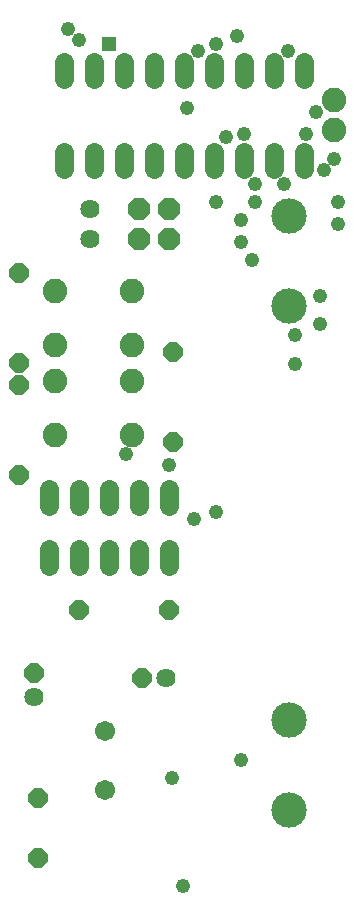
<source format=gbs>
G75*
G70*
%OFA0B0*%
%FSLAX24Y24*%
%IPPOS*%
%LPD*%
%AMOC8*
5,1,8,0,0,1.08239X$1,22.5*
%
%ADD10C,0.0640*%
%ADD11OC8,0.0640*%
%ADD12C,0.0640*%
%ADD13C,0.0820*%
%ADD14C,0.1175*%
%ADD15OC8,0.0710*%
%ADD16C,0.0674*%
%ADD17C,0.0480*%
%ADD18R,0.0476X0.0476*%
D10*
X002181Y012563D02*
X002181Y013123D01*
X002181Y014563D02*
X002181Y015123D01*
X003181Y015123D02*
X003181Y014563D01*
X003181Y013123D02*
X003181Y012563D01*
X004181Y012563D02*
X004181Y013123D01*
X004181Y014563D02*
X004181Y015123D01*
X005181Y015123D02*
X005181Y014563D01*
X005181Y013123D02*
X005181Y012563D01*
X006181Y012563D02*
X006181Y013123D01*
X006181Y014563D02*
X006181Y015123D01*
X005681Y025813D02*
X005681Y026373D01*
X006681Y026373D02*
X006681Y025813D01*
X007681Y025813D02*
X007681Y026373D01*
X008681Y026373D02*
X008681Y025813D01*
X009681Y025813D02*
X009681Y026373D01*
X010681Y026373D02*
X010681Y025813D01*
X010681Y028813D02*
X010681Y029373D01*
X009681Y029373D02*
X009681Y028813D01*
X008681Y028813D02*
X008681Y029373D01*
X007681Y029373D02*
X007681Y028813D01*
X006681Y028813D02*
X006681Y029373D01*
X005681Y029373D02*
X005681Y028813D01*
X004681Y028813D02*
X004681Y029373D01*
X003681Y029373D02*
X003681Y028813D01*
X002681Y028813D02*
X002681Y029373D01*
X002681Y026373D02*
X002681Y025813D01*
X003681Y025813D02*
X003681Y026373D01*
X004681Y026373D02*
X004681Y025813D01*
D11*
X001806Y002843D03*
X001806Y004843D03*
X001681Y008993D03*
X003181Y011093D03*
X001181Y015593D03*
X001181Y018593D03*
X001181Y019343D03*
X001181Y022343D03*
X006181Y011093D03*
X005281Y008843D03*
X006306Y016718D03*
X006306Y019718D03*
D12*
X003556Y023468D03*
X003556Y024468D03*
X006081Y008843D03*
X001681Y008193D03*
D13*
X002401Y016953D03*
X002401Y018733D03*
X002401Y019953D03*
X002401Y021733D03*
X004961Y021733D03*
X004961Y019953D03*
X004961Y018733D03*
X004961Y016953D03*
X011681Y027093D03*
X011681Y028093D03*
D14*
X010181Y024243D03*
X010181Y021243D03*
X010181Y007443D03*
X010181Y004443D03*
D15*
X006181Y023468D03*
X006181Y024468D03*
X005181Y024468D03*
X005181Y023468D03*
D16*
X004056Y007077D03*
X004056Y005108D03*
D17*
X006301Y005503D03*
X006661Y001903D03*
X008581Y006103D03*
X007021Y014143D03*
X007741Y014383D03*
X006181Y015943D03*
X004741Y016303D03*
X007741Y024703D03*
X008581Y024103D03*
X008581Y023383D03*
X008941Y022783D03*
X009061Y024703D03*
X009061Y025303D03*
X008701Y026983D03*
X008101Y026863D03*
X007141Y029743D03*
X007741Y029983D03*
X008461Y030223D03*
X010141Y029743D03*
X011101Y027703D03*
X010741Y026983D03*
X011341Y025783D03*
X011701Y026143D03*
X011821Y024703D03*
X011821Y023983D03*
X011221Y021583D03*
X011221Y020623D03*
X010381Y020263D03*
X010381Y019303D03*
X010021Y025303D03*
X006781Y027823D03*
X003181Y030103D03*
X002821Y030463D03*
D18*
X004181Y029968D03*
M02*

</source>
